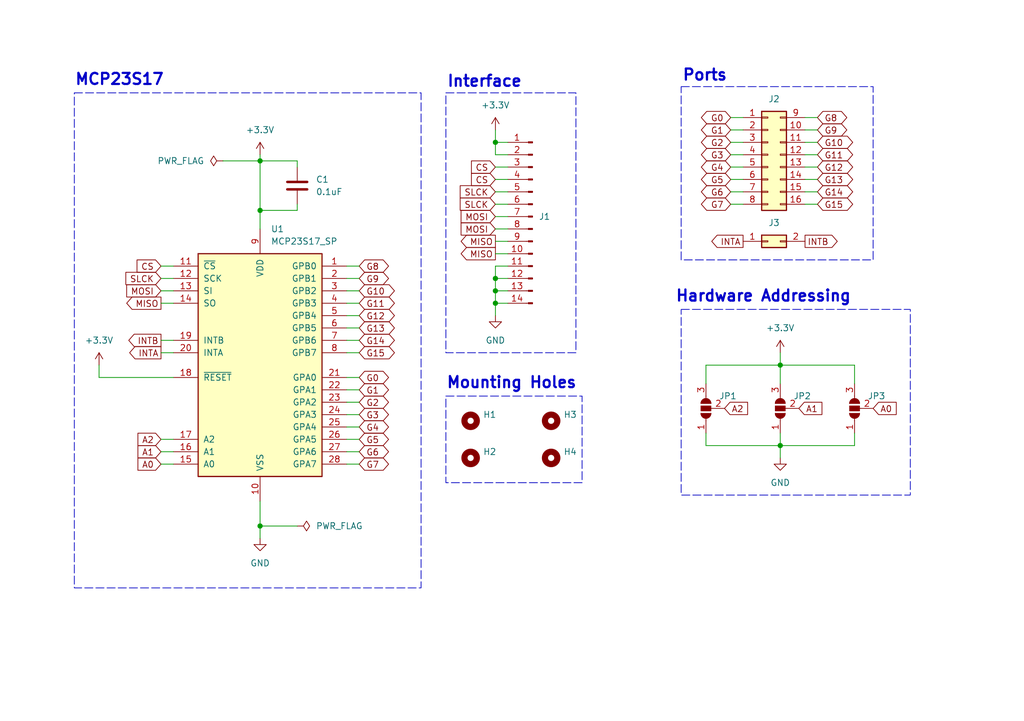
<source format=kicad_sch>
(kicad_sch (version 20230121) (generator eeschema)
  (paper "A5")
  (lib_symbols
    (symbol "Connector:Conn_01x14_Pin" (pin_names (offset 1.016) hide)
      (property "Reference" "J" (at 0 17.78 0))
      (property "Value" "Conn_01x14_Pin" (at 0 -20.32 0))
      (symbol "Conn_01x14_Pin_1_1"
        (polyline (pts (xy 1.27 -17.78) (xy 0.8636 -17.78)) (stroke (width 0.1524)))
        (polyline (pts (xy 1.27 -15.24) (xy 0.8636 -15.24)) (stroke (width 0.1524)))
        (polyline (pts (xy 1.27 -12.7) (xy 0.8636 -12.7)) (stroke (width 0.1524)))
        (polyline (pts (xy 1.27 -10.16) (xy 0.8636 -10.16)) (stroke (width 0.1524)))
        (polyline (pts (xy 1.27 -7.62) (xy 0.8636 -7.62)) (stroke (width 0.1524)))
        (polyline (pts (xy 1.27 -5.08) (xy 0.8636 -5.08)) (stroke (width 0.1524)))
        (polyline (pts (xy 1.27 -2.54) (xy 0.8636 -2.54)) (stroke (width 0.1524)))
        (polyline (pts (xy 1.27 0) (xy 0.8636 0)) (stroke (width 0.1524)))
        (polyline (pts (xy 1.27 2.54) (xy 0.8636 2.54)) (stroke (width 0.1524)))
        (polyline (pts (xy 1.27 5.08) (xy 0.8636 5.08)) (stroke (width 0.1524)))
        (polyline (pts (xy 1.27 7.62) (xy 0.8636 7.62)) (stroke (width 0.1524)))
        (polyline (pts (xy 1.27 10.16) (xy 0.8636 10.16)) (stroke (width 0.1524)))
        (polyline (pts (xy 1.27 12.7) (xy 0.8636 12.7)) (stroke (width 0.1524)))
        (polyline (pts (xy 1.27 15.24) (xy 0.8636 15.24)) (stroke (width 0.1524)))
        (rectangle (start 0.8636 -17.653) (end 0 -17.907) (stroke (width 0.1524)) (fill (type outline)))
        (rectangle (start 0.8636 -15.113) (end 0 -15.367) (stroke (width 0.1524)) (fill (type outline)))
        (rectangle (start 0.8636 -12.573) (end 0 -12.827) (stroke (width 0.1524)) (fill (type outline)))
        (rectangle (start 0.8636 -10.033) (end 0 -10.287) (stroke (width 0.1524)) (fill (type outline)))
        (rectangle (start 0.8636 -7.493) (end 0 -7.747) (stroke (width 0.1524)) (fill (type outline)))
        (rectangle (start 0.8636 -4.953) (end 0 -5.207) (stroke (width 0.1524)) (fill (type outline)))
        (rectangle (start 0.8636 -2.413) (end 0 -2.667) (stroke (width 0.1524)) (fill (type outline)))
        (rectangle (start 0.8636 0.127) (end 0 -0.127) (stroke (width 0.1524)) (fill (type outline)))
        (rectangle (start 0.8636 2.667) (end 0 2.413) (stroke (width 0.1524)) (fill (type outline)))
        (rectangle (start 0.8636 5.207) (end 0 4.953) (stroke (width 0.1524)) (fill (type outline)))
        (rectangle (start 0.8636 7.747) (end 0 7.493) (stroke (width 0.1524)) (fill (type outline)))
        (rectangle (start 0.8636 10.287) (end 0 10.033) (stroke (width 0.1524)) (fill (type outline)))
        (rectangle (start 0.8636 12.827) (end 0 12.573) (stroke (width 0.1524)) (fill (type outline)))
        (rectangle (start 0.8636 15.367) (end 0 15.113) (stroke (width 0.1524)) (fill (type outline)))
        (pin passive line (at 5.08 15.24 180) (length 3.81) (name "Pin_1") (number "1"))
        (pin passive line (at 5.08 -7.62 180) (length 3.81) (name "Pin_10") (number "10"))
        (pin passive line (at 5.08 -10.16 180) (length 3.81) (name "Pin_11") (number "11"))
        (pin passive line (at 5.08 -12.7 180) (length 3.81) (name "Pin_12") (number "12"))
        (pin passive line (at 5.08 -15.24 180) (length 3.81) (name "Pin_13") (number "13"))
        (pin passive line (at 5.08 -17.78 180) (length 3.81) (name "Pin_14") (number "14"))
        (pin passive line (at 5.08 12.7 180) (length 3.81) (name "Pin_2") (number "2"))
        (pin passive line (at 5.08 10.16 180) (length 3.81) (name "Pin_3") (number "3"))
        (pin passive line (at 5.08 7.62 180) (length 3.81) (name "Pin_4") (number "4"))
        (pin passive line (at 5.08 5.08 180) (length 3.81) (name "Pin_5") (number "5"))
        (pin passive line (at 5.08 2.54 180) (length 3.81) (name "Pin_6") (number "6"))
        (pin passive line (at 5.08 0 180) (length 3.81) (name "Pin_7") (number "7"))
        (pin passive line (at 5.08 -2.54 180) (length 3.81) (name "Pin_8") (number "8"))
        (pin passive line (at 5.08 -5.08 180) (length 3.81) (name "Pin_9") (number "9"))
      )
    )
    (symbol "Connector_Generic:Conn_02x01" (pin_names (offset 1.016) hide)
      (property "Reference" "J" (at 1.27 2.54 0))
      (property "Value" "Conn_02x01" (at 1.27 -2.54 0))
      (symbol "Conn_02x01_1_1"
        (rectangle (start -1.27 0.127) (end 0 -0.127) (stroke (width 0.1524)))
        (rectangle (start -1.27 1.27) (end 3.81 -1.27) (stroke (width 0.254)) (fill (type background)))
        (rectangle (start 3.81 0.127) (end 2.54 -0.127) (stroke (width 0.1524)))
        (pin passive line (at -5.08 0 0) (length 3.81) (name "Pin_1") (number "1"))
        (pin passive line (at 7.62 0 180) (length 3.81) (name "Pin_2") (number "2"))
      )
    )
    (symbol "Connector_Generic:Conn_02x08_Top_Bottom" (pin_names (offset 1.016) hide)
      (property "Reference" "J" (at 1.27 10.16 0))
      (property "Value" "Conn_02x08_Top_Bottom" (at 1.27 -12.7 0))
      (symbol "Conn_02x08_Top_Bottom_1_1"
        (rectangle (start -1.27 -10.033) (end 0 -10.287) (stroke (width 0.1524)))
        (rectangle (start -1.27 -7.493) (end 0 -7.747) (stroke (width 0.1524)))
        (rectangle (start -1.27 -4.953) (end 0 -5.207) (stroke (width 0.1524)))
        (rectangle (start -1.27 -2.413) (end 0 -2.667) (stroke (width 0.1524)))
        (rectangle (start -1.27 0.127) (end 0 -0.127) (stroke (width 0.1524)))
        (rectangle (start -1.27 2.667) (end 0 2.413) (stroke (width 0.1524)))
        (rectangle (start -1.27 5.207) (end 0 4.953) (stroke (width 0.1524)))
        (rectangle (start -1.27 7.747) (end 0 7.493) (stroke (width 0.1524)))
        (rectangle (start -1.27 8.89) (end 3.81 -11.43) (stroke (width 0.254)) (fill (type background)))
        (rectangle (start 3.81 -10.033) (end 2.54 -10.287) (stroke (width 0.1524)))
        (rectangle (start 3.81 -7.493) (end 2.54 -7.747) (stroke (width 0.1524)))
        (rectangle (start 3.81 -4.953) (end 2.54 -5.207) (stroke (width 0.1524)))
        (rectangle (start 3.81 -2.413) (end 2.54 -2.667) (stroke (width 0.1524)))
        (rectangle (start 3.81 0.127) (end 2.54 -0.127) (stroke (width 0.1524)))
        (rectangle (start 3.81 2.667) (end 2.54 2.413) (stroke (width 0.1524)))
        (rectangle (start 3.81 5.207) (end 2.54 4.953) (stroke (width 0.1524)))
        (rectangle (start 3.81 7.747) (end 2.54 7.493) (stroke (width 0.1524)))
        (pin passive line (at -5.08 7.62 0) (length 3.81) (name "Pin_1") (number "1"))
        (pin passive line (at 7.62 5.08 180) (length 3.81) (name "Pin_10") (number "10"))
        (pin passive line (at 7.62 2.54 180) (length 3.81) (name "Pin_11") (number "11"))
        (pin passive line (at 7.62 0 180) (length 3.81) (name "Pin_12") (number "12"))
        (pin passive line (at 7.62 -2.54 180) (length 3.81) (name "Pin_13") (number "13"))
        (pin passive line (at 7.62 -5.08 180) (length 3.81) (name "Pin_14") (number "14"))
        (pin passive line (at 7.62 -7.62 180) (length 3.81) (name "Pin_15") (number "15"))
        (pin passive line (at 7.62 -10.16 180) (length 3.81) (name "Pin_16") (number "16"))
        (pin passive line (at -5.08 5.08 0) (length 3.81) (name "Pin_2") (number "2"))
        (pin passive line (at -5.08 2.54 0) (length 3.81) (name "Pin_3") (number "3"))
        (pin passive line (at -5.08 0 0) (length 3.81) (name "Pin_4") (number "4"))
        (pin passive line (at -5.08 -2.54 0) (length 3.81) (name "Pin_5") (number "5"))
        (pin passive line (at -5.08 -5.08 0) (length 3.81) (name "Pin_6") (number "6"))
        (pin passive line (at -5.08 -7.62 0) (length 3.81) (name "Pin_7") (number "7"))
        (pin passive line (at -5.08 -10.16 0) (length 3.81) (name "Pin_8") (number "8"))
        (pin passive line (at 7.62 7.62 180) (length 3.81) (name "Pin_9") (number "9"))
      )
    )
    (symbol "Device:C" (pin_numbers hide) (pin_names (offset 0.254))
      (property "Reference" "C" (at 0.635 2.54 0))
      (property "Value" "C" (at 0.635 -2.54 0))
      (symbol "C_0_1"
        (polyline (pts (xy -2.032 -0.762) (xy 2.032 -0.762)) (stroke (width 0.508)))
        (polyline (pts (xy -2.032 0.762) (xy 2.032 0.762)) (stroke (width 0.508)))
      )
      (symbol "C_1_1"
        (pin passive line (at 0 3.81 270) (length 2.794) (name "~") (number "1"))
        (pin passive line (at 0 -3.81 90) (length 2.794) (name "~") (number "2"))
      )
    )
    (symbol "Interface_Expansion:MCP23S17_SP" (pin_names (offset 1.016))
      (property "Reference" "U" (at -11.43 24.13 0))
      (property "Value" "MCP23S17_SP" (at 0 0 0))
      (symbol "MCP23S17_SP_0_1"
        (rectangle (start -12.7 22.86) (end 12.7 -22.86) (stroke (width 0.254)) (fill (type background)))
      )
      (symbol "MCP23S17_SP_1_1"
        (pin bidirectional line (at 17.78 20.32 180) (length 5.08) (name "GPB0") (number "1"))
        (pin power_in line (at 0 -27.94 90) (length 5.08) (name "VSS") (number "10"))
        (pin input line (at -17.78 20.32 0) (length 5.08) (name "~{CS}") (number "11"))
        (pin input line (at -17.78 17.78 0) (length 5.08) (name "SCK") (number "12"))
        (pin input line (at -17.78 15.24 0) (length 5.08) (name "SI") (number "13"))
        (pin output line (at -17.78 12.7 0) (length 5.08) (name "SO") (number "14"))
        (pin input line (at -17.78 -20.32 0) (length 5.08) (name "A0") (number "15"))
        (pin input line (at -17.78 -17.78 0) (length 5.08) (name "A1") (number "16"))
        (pin input line (at -17.78 -15.24 0) (length 5.08) (name "A2") (number "17"))
        (pin input line (at -17.78 -2.54 0) (length 5.08) (name "~{RESET}") (number "18"))
        (pin tri_state line (at -17.78 5.08 0) (length 5.08) (name "INTB") (number "19"))
        (pin bidirectional line (at 17.78 17.78 180) (length 5.08) (name "GPB1") (number "2"))
        (pin tri_state line (at -17.78 2.54 0) (length 5.08) (name "INTA") (number "20"))
        (pin bidirectional line (at 17.78 -2.54 180) (length 5.08) (name "GPA0") (number "21"))
        (pin bidirectional line (at 17.78 -5.08 180) (length 5.08) (name "GPA1") (number "22"))
        (pin bidirectional line (at 17.78 -7.62 180) (length 5.08) (name "GPA2") (number "23"))
        (pin bidirectional line (at 17.78 -10.16 180) (length 5.08) (name "GPA3") (number "24"))
        (pin bidirectional line (at 17.78 -12.7 180) (length 5.08) (name "GPA4") (number "25"))
        (pin bidirectional line (at 17.78 -15.24 180) (length 5.08) (name "GPA5") (number "26"))
        (pin bidirectional line (at 17.78 -17.78 180) (length 5.08) (name "GPA6") (number "27"))
        (pin bidirectional line (at 17.78 -20.32 180) (length 5.08) (name "GPA7") (number "28"))
        (pin bidirectional line (at 17.78 15.24 180) (length 5.08) (name "GPB2") (number "3"))
        (pin bidirectional line (at 17.78 12.7 180) (length 5.08) (name "GPB3") (number "4"))
        (pin bidirectional line (at 17.78 10.16 180) (length 5.08) (name "GPB4") (number "5"))
        (pin bidirectional line (at 17.78 7.62 180) (length 5.08) (name "GPB5") (number "6"))
        (pin bidirectional line (at 17.78 5.08 180) (length 5.08) (name "GPB6") (number "7"))
        (pin bidirectional line (at 17.78 2.54 180) (length 5.08) (name "GPB7") (number "8"))
        (pin power_in line (at 0 27.94 270) (length 5.08) (name "VDD") (number "9"))
      )
    )
    (symbol "Jumper:SolderJumper_3_Open" (pin_names (offset 0) hide)
      (property "Reference" "JP" (at -2.54 -2.54 0))
      (property "Value" "SolderJumper_3_Open" (at 0 2.794 0))
      (symbol "SolderJumper_3_Open_0_1"
        (arc (start -1.016 1.016) (mid -2.0276 0) (end -1.016 -1.016))
        (arc (start -1.016 1.016) (mid -2.0276 0) (end -1.016 -1.016) (fill (type outline)))
        (rectangle (start -0.508 1.016) (end 0.508 -1.016) (fill (type outline)))
        (polyline (pts (xy -2.54 0) (xy -2.032 0)))
        (polyline (pts (xy -1.016 1.016) (xy -1.016 -1.016)))
        (polyline (pts (xy 0 -1.27) (xy 0 -1.016)))
        (polyline (pts (xy 1.016 1.016) (xy 1.016 -1.016)))
        (polyline (pts (xy 2.54 0) (xy 2.032 0)))
        (arc (start 1.016 -1.016) (mid 2.0276 0) (end 1.016 1.016))
        (arc (start 1.016 -1.016) (mid 2.0276 0) (end 1.016 1.016) (fill (type outline)))
      )
      (symbol "SolderJumper_3_Open_1_1"
        (pin passive line (at -5.08 0 0) (length 2.54) (name "A") (number "1"))
        (pin passive line (at 0 -3.81 90) (length 2.54) (name "C") (number "2"))
        (pin passive line (at 5.08 0 180) (length 2.54) (name "B") (number "3"))
      )
    )
    (symbol "Mechanical:MountingHole" (pin_names (offset 1.016))
      (property "Reference" "H" (at 0 5.08 0))
      (property "Value" "MountingHole" (at 0 3.175 0))
      (symbol "MountingHole_0_1"
        (circle (center 0 0) (radius 1.27) (stroke (width 1.27)))
      )
    )
    (symbol "power:+3.3V" (power) (pin_names (offset 0))
      (property "Value" "+3.3V" (at 0 3.556 0))
      (symbol "+3.3V_0_1"
        (polyline (pts (xy -0.762 1.27) (xy 0 2.54)))
        (polyline (pts (xy 0 0) (xy 0 2.54)))
        (polyline (pts (xy 0 2.54) (xy 0.762 1.27)))
      )
      (symbol "+3.3V_1_1"
        (pin power_in line (at 0 0 90) (length 0) hide (name "+3.3V") (number "1"))
      )
    )
    (symbol "power:GND" (power) (pin_names (offset 0))
      (property "Value" "GND" (at 0 -3.81 0))
      (symbol "GND_0_1"
        (polyline (pts (xy 0 0) (xy 0 -1.27) (xy 1.27 -1.27) (xy 0 -2.54) (xy -1.27 -1.27) (xy 0 -1.27)))
      )
      (symbol "GND_1_1"
        (pin power_in line (at 0 0 270) (length 0) hide (name "GND") (number "1"))
      )
    )
    (symbol "power:PWR_FLAG" (power) (pin_numbers hide) (pin_names (offset 0) hide)
      (property "Value" "PWR_FLAG" (at 0 3.81 0))
      (symbol "PWR_FLAG_0_0"
        (pin power_out line (at 0 0 90) (length 0) (name "pwr") (number "1"))
      )
      (symbol "PWR_FLAG_0_1"
        (polyline (pts (xy 0 0) (xy 0 1.27) (xy -1.016 1.905) (xy 0 2.54) (xy 1.016 1.905) (xy 0 1.27)))
      )
    )
  )
  (junction (at 53.34 33.02))
  (junction (at 101.6 57.15))
  (junction (at 101.6 29.21))
  (junction (at 160.02 91.44))
  (junction (at 101.6 59.69))
  (junction (at 53.34 107.95))
  (junction (at 160.02 74.93))
  (junction (at 53.34 43.18))
  (junction (at 101.6 62.23))
  (wire (pts (xy 101.6 62.23) (xy 104.14 62.23)))
  (wire (pts (xy 165.1 36.83) (xy 167.64 36.83)))
  (wire (pts (xy 101.6 41.91) (xy 104.14 41.91)))
  (wire (pts (xy 71.12 62.23) (xy 73.66 62.23)))
  (wire (pts (xy 165.1 34.29) (xy 167.64 34.29)))
  (wire (pts (xy 60.96 107.95) (xy 53.34 107.95)))
  (wire (pts (xy 33.02 90.17) (xy 35.56 90.17)))
  (wire (pts (xy 71.12 72.39) (xy 73.66 72.39)))
  (wire (pts (xy 101.6 57.15) (xy 101.6 54.61)))
  (wire (pts (xy 60.96 33.02) (xy 53.34 33.02)))
  (wire (pts (xy 101.6 34.29) (xy 104.14 34.29)))
  (wire (pts (xy 71.12 95.25) (xy 73.66 95.25)))
  (wire (pts (xy 33.02 72.39) (xy 35.56 72.39)))
  (wire (pts (xy 71.12 90.17) (xy 73.66 90.17)))
  (wire (pts (xy 33.02 62.23) (xy 35.56 62.23)))
  (wire (pts (xy 101.6 49.53) (xy 104.14 49.53)))
  (wire (pts (xy 33.02 57.15) (xy 35.56 57.15)))
  (wire (pts (xy 71.12 54.61) (xy 73.66 54.61)))
  (wire (pts (xy 152.4 26.67) (xy 149.86 26.67)))
  (wire (pts (xy 71.12 69.85) (xy 73.66 69.85)))
  (wire (pts (xy 160.02 74.93) (xy 160.02 78.74)))
  (wire (pts (xy 175.26 74.93) (xy 175.26 78.74)))
  (wire (pts (xy 152.4 41.91) (xy 149.86 41.91)))
  (wire (pts (xy 101.6 57.15) (xy 101.6 59.69)))
  (wire (pts (xy 71.12 80.01) (xy 73.66 80.01)))
  (wire (pts (xy 71.12 57.15) (xy 73.66 57.15)))
  (wire (pts (xy 101.6 26.67) (xy 101.6 29.21)))
  (wire (pts (xy 144.78 74.93) (xy 160.02 74.93)))
  (wire (pts (xy 160.02 72.39) (xy 160.02 74.93)))
  (wire (pts (xy 60.96 43.18) (xy 53.34 43.18)))
  (wire (pts (xy 144.78 78.74) (xy 144.78 74.93)))
  (wire (pts (xy 53.34 33.02) (xy 53.34 43.18)))
  (wire (pts (xy 60.96 34.29) (xy 60.96 33.02)))
  (wire (pts (xy 71.12 85.09) (xy 73.66 85.09)))
  (wire (pts (xy 20.32 74.93) (xy 20.32 77.47)))
  (wire (pts (xy 152.4 31.75) (xy 149.86 31.75)))
  (wire (pts (xy 71.12 59.69) (xy 73.66 59.69)))
  (wire (pts (xy 152.4 36.83) (xy 149.86 36.83)))
  (wire (pts (xy 101.6 52.07) (xy 104.14 52.07)))
  (wire (pts (xy 165.1 29.21) (xy 167.64 29.21)))
  (wire (pts (xy 101.6 57.15) (xy 104.14 57.15)))
  (wire (pts (xy 101.6 39.37) (xy 104.14 39.37)))
  (wire (pts (xy 45.72 33.02) (xy 53.34 33.02)))
  (wire (pts (xy 152.4 34.29) (xy 149.86 34.29)))
  (wire (pts (xy 152.4 24.13) (xy 149.86 24.13)))
  (wire (pts (xy 20.32 77.47) (xy 35.56 77.47)))
  (wire (pts (xy 101.6 46.99) (xy 104.14 46.99)))
  (wire (pts (xy 53.34 31.75) (xy 53.34 33.02)))
  (wire (pts (xy 71.12 77.47) (xy 73.66 77.47)))
  (wire (pts (xy 101.6 29.21) (xy 104.14 29.21)))
  (wire (pts (xy 160.02 74.93) (xy 175.26 74.93)))
  (wire (pts (xy 152.4 29.21) (xy 149.86 29.21)))
  (wire (pts (xy 53.34 107.95) (xy 53.34 110.49)))
  (wire (pts (xy 53.34 102.87) (xy 53.34 107.95)))
  (wire (pts (xy 101.6 31.75) (xy 101.6 29.21)))
  (wire (pts (xy 175.26 91.44) (xy 160.02 91.44)))
  (wire (pts (xy 71.12 92.71) (xy 73.66 92.71)))
  (wire (pts (xy 165.1 24.13) (xy 167.64 24.13)))
  (wire (pts (xy 101.6 62.23) (xy 101.6 64.77)))
  (wire (pts (xy 101.6 44.45) (xy 104.14 44.45)))
  (wire (pts (xy 101.6 59.69) (xy 101.6 62.23)))
  (wire (pts (xy 101.6 54.61) (xy 104.14 54.61)))
  (wire (pts (xy 33.02 54.61) (xy 35.56 54.61)))
  (wire (pts (xy 165.1 31.75) (xy 167.64 31.75)))
  (wire (pts (xy 101.6 59.69) (xy 104.14 59.69)))
  (wire (pts (xy 165.1 41.91) (xy 167.64 41.91)))
  (wire (pts (xy 165.1 26.67) (xy 167.64 26.67)))
  (wire (pts (xy 144.78 91.44) (xy 144.78 88.9)))
  (wire (pts (xy 175.26 88.9) (xy 175.26 91.44)))
  (wire (pts (xy 71.12 82.55) (xy 73.66 82.55)))
  (wire (pts (xy 152.4 39.37) (xy 149.86 39.37)))
  (wire (pts (xy 160.02 88.9) (xy 160.02 91.44)))
  (wire (pts (xy 33.02 59.69) (xy 35.56 59.69)))
  (wire (pts (xy 104.14 31.75) (xy 101.6 31.75)))
  (wire (pts (xy 160.02 91.44) (xy 144.78 91.44)))
  (wire (pts (xy 60.96 41.91) (xy 60.96 43.18)))
  (wire (pts (xy 53.34 43.18) (xy 53.34 46.99)))
  (wire (pts (xy 71.12 64.77) (xy 73.66 64.77)))
  (wire (pts (xy 33.02 92.71) (xy 35.56 92.71)))
  (wire (pts (xy 101.6 36.83) (xy 104.14 36.83)))
  (wire (pts (xy 71.12 87.63) (xy 73.66 87.63)))
  (wire (pts (xy 165.1 39.37) (xy 167.64 39.37)))
  (wire (pts (xy 33.02 95.25) (xy 35.56 95.25)))
  (wire (pts (xy 160.02 91.44) (xy 160.02 93.98)))
  (wire (pts (xy 71.12 67.31) (xy 73.66 67.31)))
  (wire (pts (xy 33.02 69.85) (xy 35.56 69.85)))
  (rectangle (start 15.24 19.05) (end 86.36 120.65) (stroke (width 0) (type dash)))
  (rectangle (start 91.44 19.05) (end 118.11 72.39) (stroke (width 0) (type dash)))
  (rectangle (start 91.44 81.28) (end 119.38 99.06) (stroke (width 0) (type dash)))
  (rectangle (start 139.7 63.5) (end 186.69 101.6) (stroke (width 0) (type dash)))
  (rectangle (start 139.7 17.78) (end 179.07 53.34) (stroke (width 0) (type dash)))
  (text "Ports" (at 139.827 16.891 0) (effects (font (size 2.27 2.27) (thickness 0.454) bold) (justify left bottom)))
  (text "MCP23S17" (at 15.24 17.78 0) (effects (font (size 2.27 2.27) (thickness 0.454) bold) (justify left bottom)))
  (text "Interface" (at 91.567 18.161 0) (effects (font (size 2.27 2.27) (thickness 0.454) bold) (justify left bottom)))
  (text "Hardware Addressing" (at 138.43 62.23 0) (effects (font (size 2.27 2.27) (thickness 0.454) bold) (justify left bottom)))
  (text "Mounting Holes" (at 91.44 80.01 0) (effects (font (size 2.27 2.27) (thickness 0.454) bold) (justify left bottom)))
  (global_label "INTA" (shape output) (at 33.02 72.39 180) (property "Intersheetrefs" "${INTERSHEET_REFS}" (effects hide)))
  (global_label "G3" (shape bidirectional) (at 73.66 85.09 0) (property "Intersheetrefs" "${INTERSHEET_REFS}" (effects hide)))
  (global_label "A2" (shape input) (at 33.02 90.17 180) (property "Intersheetrefs" "${INTERSHEET_REFS}" (effects hide)))
  (global_label "G4" (shape bidirectional) (at 73.66 87.63 0) (property "Intersheetrefs" "${INTERSHEET_REFS}" (effects hide)))
  (global_label "G15" (shape bidirectional) (at 73.66 72.39 0) (property "Intersheetrefs" "${INTERSHEET_REFS}" (effects hide)))
  (global_label "SLCK" (shape input) (at 101.6 41.91 180) (property "Intersheetrefs" "${INTERSHEET_REFS}" (effects hide)))
  (global_label "G3" (shape bidirectional) (at 149.86 31.75 180) (property "Intersheetrefs" "${INTERSHEET_REFS}" (effects hide)))
  (global_label "A2" (shape input) (at 148.59 83.82 0) (property "Intersheetrefs" "${INTERSHEET_REFS}" (effects hide)))
  (global_label "G9" (shape bidirectional) (at 167.64 26.67 0) (property "Intersheetrefs" "${INTERSHEET_REFS}" (effects hide)))
  (global_label "G0" (shape bidirectional) (at 73.66 77.47 0) (property "Intersheetrefs" "${INTERSHEET_REFS}" (effects hide)))
  (global_label "G2" (shape bidirectional) (at 149.86 29.21 180) (property "Intersheetrefs" "${INTERSHEET_REFS}" (effects hide)))
  (global_label "G14" (shape bidirectional) (at 167.64 39.37 0) (property "Intersheetrefs" "${INTERSHEET_REFS}" (effects hide)))
  (global_label "G11" (shape bidirectional) (at 73.66 62.23 0) (property "Intersheetrefs" "${INTERSHEET_REFS}" (effects hide)))
  (global_label "MISO" (shape output) (at 101.6 52.07 180) (property "Intersheetrefs" "${INTERSHEET_REFS}" (effects hide)))
  (global_label "CS" (shape input) (at 101.6 36.83 180) (property "Intersheetrefs" "${INTERSHEET_REFS}" (effects hide)))
  (global_label "A0" (shape input) (at 33.02 95.25 180) (property "Intersheetrefs" "${INTERSHEET_REFS}" (effects hide)))
  (global_label "A0" (shape input) (at 179.07 83.82 0) (property "Intersheetrefs" "${INTERSHEET_REFS}" (effects hide)))
  (global_label "G1" (shape bidirectional) (at 149.86 26.67 180) (property "Intersheetrefs" "${INTERSHEET_REFS}" (effects hide)))
  (global_label "INTB" (shape output) (at 33.02 69.85 180) (property "Intersheetrefs" "${INTERSHEET_REFS}" (effects hide)))
  (global_label "A1" (shape input) (at 33.02 92.71 180) (property "Intersheetrefs" "${INTERSHEET_REFS}" (effects hide)))
  (global_label "G4" (shape bidirectional) (at 149.86 34.29 180) (property "Intersheetrefs" "${INTERSHEET_REFS}" (effects hide)))
  (global_label "G11" (shape bidirectional) (at 167.64 31.75 0) (property "Intersheetrefs" "${INTERSHEET_REFS}" (effects hide)))
  (global_label "G13" (shape bidirectional) (at 167.64 36.83 0) (property "Intersheetrefs" "${INTERSHEET_REFS}" (effects hide)))
  (global_label "MOSI" (shape input) (at 101.6 44.45 180) (property "Intersheetrefs" "${INTERSHEET_REFS}" (effects hide)))
  (global_label "MOSI" (shape input) (at 101.6 46.99 180) (property "Intersheetrefs" "${INTERSHEET_REFS}" (effects hide)))
  (global_label "G12" (shape bidirectional) (at 73.66 64.77 0) (property "Intersheetrefs" "${INTERSHEET_REFS}" (effects hide)))
  (global_label "G15" (shape bidirectional) (at 167.64 41.91 0) (property "Intersheetrefs" "${INTERSHEET_REFS}" (effects hide)))
  (global_label "CS" (shape input) (at 33.02 54.61 180) (property "Intersheetrefs" "${INTERSHEET_REFS}" (effects hide)))
  (global_label "G2" (shape bidirectional) (at 73.66 82.55 0) (property "Intersheetrefs" "${INTERSHEET_REFS}" (effects hide)))
  (global_label "SLCK" (shape input) (at 101.6 39.37 180) (property "Intersheetrefs" "${INTERSHEET_REFS}" (effects hide)))
  (global_label "MISO" (shape output) (at 33.02 62.23 180) (property "Intersheetrefs" "${INTERSHEET_REFS}" (effects hide)))
  (global_label "G5" (shape bidirectional) (at 149.86 36.83 180) (property "Intersheetrefs" "${INTERSHEET_REFS}" (effects hide)))
  (global_label "G6" (shape bidirectional) (at 73.66 92.71 0) (property "Intersheetrefs" "${INTERSHEET_REFS}" (effects hide)))
  (global_label "G12" (shape bidirectional) (at 167.64 34.29 0) (property "Intersheetrefs" "${INTERSHEET_REFS}" (effects hide)))
  (global_label "G8" (shape bidirectional) (at 167.64 24.13 0) (property "Intersheetrefs" "${INTERSHEET_REFS}" (effects hide)))
  (global_label "G0" (shape bidirectional) (at 149.86 24.13 180) (property "Intersheetrefs" "${INTERSHEET_REFS}" (effects hide)))
  (global_label "MISO" (shape output) (at 101.6 49.53 180) (property "Intersheetrefs" "${INTERSHEET_REFS}" (effects hide)))
  (global_label "MOSI" (shape input) (at 33.02 59.69 180) (property "Intersheetrefs" "${INTERSHEET_REFS}" (effects hide)))
  (global_label "G7" (shape bidirectional) (at 73.66 95.25 0) (property "Intersheetrefs" "${INTERSHEET_REFS}" (effects hide)))
  (global_label "G13" (shape bidirectional) (at 73.66 67.31 0) (property "Intersheetrefs" "${INTERSHEET_REFS}" (effects hide)))
  (global_label "CS" (shape input) (at 101.6 34.29 180) (property "Intersheetrefs" "${INTERSHEET_REFS}" (effects hide)))
  (global_label "G10" (shape bidirectional) (at 73.66 59.69 0) (property "Intersheetrefs" "${INTERSHEET_REFS}" (effects hide)))
  (global_label "G7" (shape bidirectional) (at 149.86 41.91 180) (property "Intersheetrefs" "${INTERSHEET_REFS}" (effects hide)))
  (global_label "SLCK" (shape input) (at 33.02 57.15 180) (property "Intersheetrefs" "${INTERSHEET_REFS}" (effects hide)))
  (global_label "G6" (shape bidirectional) (at 149.86 39.37 180) (property "Intersheetrefs" "${INTERSHEET_REFS}" (effects hide)))
  (global_label "INTA" (shape output) (at 152.4 49.53 180) (property "Intersheetrefs" "${INTERSHEET_REFS}" (effects hide)))
  (global_label "INTB" (shape output) (at 165.1 49.53 0) (property "Intersheetrefs" "${INTERSHEET_REFS}" (effects hide)))
  (global_label "G14" (shape bidirectional) (at 73.66 69.85 0) (property "Intersheetrefs" "${INTERSHEET_REFS}" (effects hide)))
  (global_label "G8" (shape bidirectional) (at 73.66 54.61 0) (property "Intersheetrefs" "${INTERSHEET_REFS}" (effects hide)))
  (global_label "G9" (shape bidirectional) (at 73.66 57.15 0) (property "Intersheetrefs" "${INTERSHEET_REFS}" (effects hide)))
  (global_label "G10" (shape bidirectional) (at 167.64 29.21 0) (property "Intersheetrefs" "${INTERSHEET_REFS}" (effects hide)))
  (global_label "G5" (shape bidirectional) (at 73.66 90.17 0) (property "Intersheetrefs" "${INTERSHEET_REFS}" (effects hide)))
  (global_label "G1" (shape bidirectional) (at 73.66 80.01 0) (property "Intersheetrefs" "${INTERSHEET_REFS}" (effects hide)))
  (global_label "A1" (shape input) (at 163.83 83.82 0) (property "Intersheetrefs" "${INTERSHEET_REFS}" (effects hide)))
  (symbol (lib_id "Interface_Expansion:MCP23S17_SP") (at 53.34 74.93 0) (unit 1)
    (property "Reference" "U1" (at 55.5341 46.99 0) (effects (justify left)))
    (property "Value" "MCP23S17_SP" (at 55.5341 49.53 0) (effects (justify left)))
    (property "Footprint" "Package_DIP:DIP-28_W7.62mm" (effects hide))
    (property "Datasheet" "http://ww1.microchip.com/downloads/en/DeviceDoc/20001952C.pdf" (effects hide))
  )
  (symbol (lib_id "power:+3.3V") (at 53.34 31.75 0) (unit 1)
    (property "Reference" "#PWR02" (effects hide))
    (property "Value" "+3.3V" (at 53.34 26.67 0))
  )
  (symbol (lib_id "power:PWR_FLAG") (at 45.72 33.02 90) (unit 1)
    (property "Reference" "#FLG01" (effects hide))
    (property "Value" "PWR_FLAG" (at 41.91 33.02 90) (effects (justify left)))
  )
  (symbol (lib_id "Jumper:SolderJumper_3_Open") (at 144.78 83.82 90) (unit 1)
    (property "Reference" "JP1" (at 151.13 81.28 90) (effects (justify left)))
    (property "Value" "SolderJumper_3_Open" (effects hide))
    (property "Footprint" "Jumper:SolderJumper-3_P1.3mm_Open_RoundedPad1.0x1.5mm" (effects hide))
  )
  (symbol (lib_id "power:+3.3V") (at 101.6 26.67 0) (unit 1)
    (property "Reference" "#PWR06" (effects hide))
    (property "Value" "+3.3V" (at 101.6 21.59 0))
  )
  (symbol (lib_id "Mechanical:MountingHole") (at 113.03 86.36 0) (unit 1)
    (property "Reference" "H3" (at 115.57 85.09 0) (effects (justify left)))
    (property "Value" "MountingHole" (effects hide))
    (property "Footprint" "MountingHole:MountingHole_2.7mm_M2.5" (effects hide))
  )
  (symbol (lib_id "power:GND") (at 160.02 93.98 0) (unit 1)
    (property "Reference" "#PWR05" (effects hide))
    (property "Value" "GND" (at 160.02 99.06 0))
  )
  (symbol (lib_id "power:GND") (at 101.6 64.77 0) (unit 1)
    (property "Reference" "#PWR07" (effects hide))
    (property "Value" "GND" (at 101.6 69.85 0))
  )
  (symbol (lib_id "Device:C") (at 60.96 38.1 0) (unit 1)
    (property "Reference" "C1" (at 64.77 36.83 0) (effects (justify left)))
    (property "Value" "0.1uF" (at 64.77 39.37 0) (effects (justify left)))
    (property "Footprint" "Capacitor_THT:C_Disc_D5.0mm_W2.5mm_P5.00mm" (effects hide))
  )
  (symbol (lib_id "power:+3.3V") (at 160.02 72.39 0) (unit 1)
    (property "Reference" "#PWR04" (effects hide))
    (property "Value" "+3.3V" (at 160.02 67.31 0))
  )
  (symbol (lib_id "power:GND") (at 53.34 110.49 0) (unit 1)
    (property "Reference" "#PWR01" (effects hide))
    (property "Value" "GND" (at 53.34 115.57 0))
  )
  (symbol (lib_id "Jumper:SolderJumper_3_Open") (at 160.02 83.82 90) (unit 1)
    (property "Reference" "JP2" (at 166.37 81.28 90) (effects (justify left)))
    (property "Value" "SolderJumper_3_Open" (effects hide))
    (property "Footprint" "Jumper:SolderJumper-3_P1.3mm_Open_RoundedPad1.0x1.5mm" (effects hide))
  )
  (symbol (lib_id "Connector:Conn_01x14_Pin") (at 109.22 44.45 0) (mirror y) (unit 1)
    (property "Reference" "J1" (at 110.49 44.45 0) (effects (justify right)))
    (property "Value" "Conn_01x14_Pin" (effects hide))
    (property "Footprint" "Connector_PinHeader_2.54mm:PinHeader_1x14_P2.54mm_Vertical" (effects hide))
  )
  (symbol (lib_id "Connector_Generic:Conn_02x08_Top_Bottom") (at 157.48 31.75 0) (unit 1)
    (property "Reference" "J2" (at 158.75 20.32 0))
    (property "Value" "Conn_02x08_Top_Bottom" (effects hide))
    (property "Footprint" "Connector_PinHeader_2.54mm:PinHeader_2x08_P2.54mm_Vertical" (effects hide))
  )
  (symbol (lib_id "Connector_Generic:Conn_02x01") (at 157.48 49.53 0) (unit 1)
    (property "Reference" "J3" (at 158.75 45.72 0))
    (property "Value" "Conn_02x01" (effects hide))
    (property "Footprint" "Connector_PinHeader_2.54mm:PinHeader_2x01_P2.54mm_Vertical" (effects hide))
  )
  (symbol (lib_id "power:+3.3V") (at 20.32 74.93 0) (unit 1)
    (property "Reference" "#PWR03" (effects hide))
    (property "Value" "+3.3V" (at 20.32 69.85 0))
  )
  (symbol (lib_id "Mechanical:MountingHole") (at 113.03 93.98 0) (unit 1)
    (property "Reference" "H4" (at 115.57 92.71 0) (effects (justify left)))
    (property "Value" "MountingHole" (effects hide))
    (property "Footprint" "MountingHole:MountingHole_2.7mm_M2.5" (effects hide))
  )
  (symbol (lib_id "Jumper:SolderJumper_3_Open") (at 175.26 83.82 90) (unit 1)
    (property "Reference" "JP3" (at 181.61 81.28 90) (effects (justify left)))
    (property "Value" "SolderJumper_3_Open" (effects hide))
    (property "Footprint" "Jumper:SolderJumper-3_P1.3mm_Open_RoundedPad1.0x1.5mm" (effects hide))
  )
  (symbol (lib_id "Mechanical:MountingHole") (at 96.52 86.36 0) (unit 1)
    (property "Reference" "H1" (at 99.06 85.09 0) (effects (justify left)))
    (property "Value" "MountingHole" (effects hide))
    (property "Footprint" "MountingHole:MountingHole_2.7mm_M2.5" (effects hide))
  )
  (symbol (lib_id "Mechanical:MountingHole") (at 96.52 93.98 0) (unit 1)
    (property "Reference" "H2" (at 99.06 92.71 0) (effects (justify left)))
    (property "Value" "MountingHole" (effects hide))
    (property "Footprint" "MountingHole:MountingHole_2.7mm_M2.5" (effects hide))
  )
  (symbol (lib_id "power:PWR_FLAG") (at 60.96 107.95 270) (unit 1)
    (property "Reference" "#FLG02" (effects hide))
    (property "Value" "PWR_FLAG" (at 64.77 107.95 90) (effects (justify left)))
  )
)
</source>
